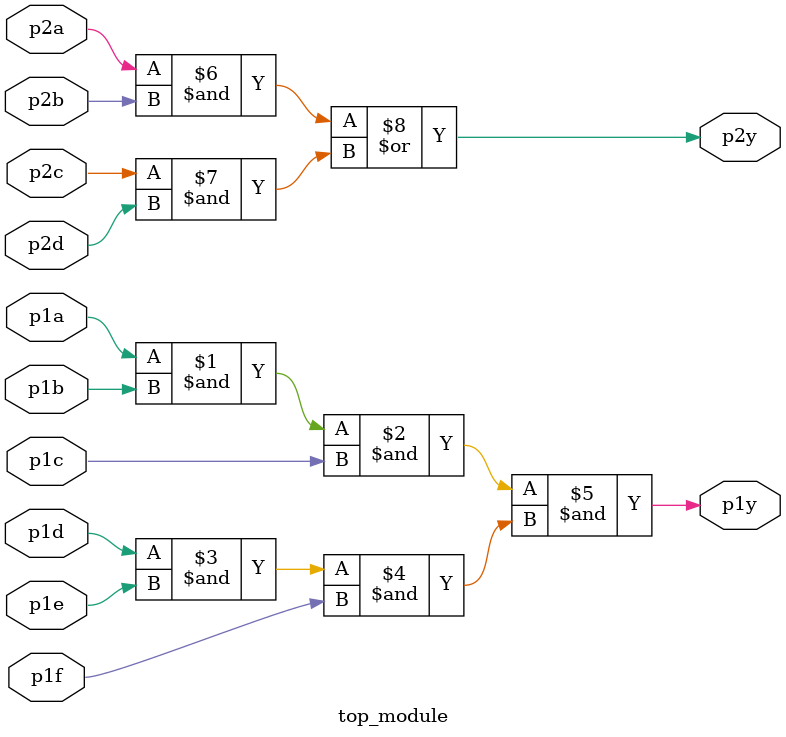
<source format=sv>
module top_module(
    input p1a, 
    input p1b, 
    input p1c, 
    input p1d,
    input p1e,
    input p1f,
    output p1y, 
    input p2a, 
    input p2b, 
    input p2c, 
    input p2d, 
    output p2y
);
    assign p1y = (p1a & p1b & p1c) & (p1d & p1e & p1f);
    assign p2y = (p2a & p2b) | (p2c & p2d);
endmodule

</source>
